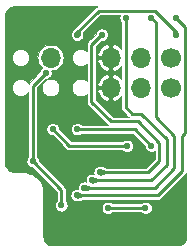
<source format=gbl>
%TF.GenerationSoftware,KiCad,Pcbnew,(5.1.2-1)-1*%
%TF.CreationDate,2020-12-17T20:50:41+01:00*%
%TF.ProjectId,snes_rgb_bypass_amp,736e6573-5f72-4676-925f-627970617373,3.2*%
%TF.SameCoordinates,Original*%
%TF.FileFunction,Copper,L2,Bot*%
%TF.FilePolarity,Positive*%
%FSLAX46Y46*%
G04 Gerber Fmt 4.6, Leading zero omitted, Abs format (unit mm)*
G04 Created by KiCad (PCBNEW (5.1.2-1)-1) date 2020-12-17 20:50:41*
%MOMM*%
%LPD*%
G04 APERTURE LIST*
%ADD10O,1.700000X1.700000*%
%ADD11C,1.700000*%
%ADD12C,0.400000*%
%ADD13C,0.550000*%
%ADD14C,0.254000*%
%ADD15C,0.101600*%
G04 APERTURE END LIST*
D10*
X144675000Y-99215000D03*
X149755000Y-101755000D03*
X149755000Y-99215000D03*
X152295000Y-101755000D03*
X152295000Y-99215000D03*
D11*
X154835000Y-101755000D03*
X154835000Y-99215000D03*
D12*
X146245000Y-102055000D03*
X145645000Y-102055000D03*
X149230000Y-113942700D03*
X141105000Y-106215000D03*
X141105000Y-102855000D03*
X152190000Y-108145000D03*
X141105000Y-98115000D03*
X149022300Y-95839800D03*
X143810000Y-95100000D03*
X145900000Y-95100000D03*
X141720000Y-95100000D03*
X145645000Y-101455000D03*
X146245000Y-101455000D03*
X147203400Y-109336400D03*
X146003400Y-109336400D03*
X147503400Y-108736400D03*
X146303400Y-108736400D03*
X146003400Y-108136400D03*
X146603400Y-108136400D03*
X146603400Y-109336400D03*
X147203400Y-108136400D03*
X145703400Y-108736400D03*
X146903400Y-108736400D03*
X151115000Y-112534300D03*
X149230000Y-114742700D03*
D13*
X151125000Y-106687500D03*
X144855000Y-105270000D03*
X155292300Y-97264800D03*
X146932300Y-97264800D03*
X146945000Y-105270000D03*
X153215000Y-106687500D03*
X148835000Y-108920000D03*
X149022300Y-97264800D03*
X144250000Y-100487500D03*
X145585000Y-111720000D03*
X143155200Y-107982300D03*
X155292300Y-95839800D03*
X146885000Y-110870000D03*
X147535000Y-110220000D03*
X153202300Y-95839800D03*
X148185000Y-109570000D03*
X151025000Y-95839800D03*
X149540000Y-111945000D03*
X152715000Y-111945000D03*
D14*
X146272500Y-106687500D02*
X151125000Y-106687500D01*
X144855000Y-105270000D02*
X146272500Y-106687500D01*
X155144200Y-97267400D02*
X155144200Y-96920000D01*
X147080300Y-97267400D02*
X147080300Y-96920000D01*
X146825300Y-97162500D02*
X148739000Y-95248800D01*
X148850800Y-95248800D02*
X149574700Y-95248800D01*
X155398967Y-97162167D02*
X153485600Y-95248800D01*
X153485600Y-95248800D02*
X148739000Y-95248800D01*
X151797500Y-105270000D02*
X153215000Y-106687500D01*
X146945000Y-105270000D02*
X151797500Y-105270000D01*
X148865000Y-108775000D02*
X149365000Y-108920000D01*
X150500400Y-104620000D02*
X151376700Y-104620000D01*
X149776500Y-104620000D02*
X148140000Y-102983500D01*
X148140000Y-98109600D02*
X148140000Y-102983500D01*
X148984800Y-97264800D02*
X148140000Y-98109600D01*
X149022300Y-97264800D02*
X148984800Y-97264800D01*
X152066741Y-104620000D02*
X153865000Y-106418259D01*
X149776500Y-104620000D02*
X152066741Y-104620000D01*
X153865000Y-108001900D02*
X152946900Y-108920000D01*
X153865000Y-106418259D02*
X153865000Y-108001900D01*
X148835000Y-108920000D02*
X152946900Y-108920000D01*
X148865000Y-109065000D02*
X149365000Y-108920000D01*
X145585000Y-110412100D02*
X143155200Y-107982300D01*
X145585000Y-111720000D02*
X145585000Y-110412100D01*
X144250000Y-100487500D02*
X143155200Y-101582300D01*
X143155200Y-107982300D02*
X143155200Y-101582300D01*
X146915000Y-110725000D02*
X147415000Y-110870000D01*
X146915000Y-111015000D02*
X147415000Y-110870000D01*
X156070000Y-105624782D02*
X156070000Y-96617500D01*
X153754616Y-110870000D02*
X155815000Y-108809616D01*
X155506508Y-109118108D02*
X155138208Y-109486408D01*
X155815000Y-105879782D02*
X155815000Y-108809616D01*
X156070000Y-105624782D02*
X155815000Y-105879782D01*
X156070000Y-96617500D02*
X155292300Y-95839800D01*
X147250400Y-110870000D02*
X146885000Y-110870000D01*
X147250400Y-110870000D02*
X153754616Y-110870000D01*
X153485378Y-110220000D02*
X155165000Y-108540376D01*
X147535000Y-110220000D02*
X153485378Y-110220000D01*
X153565000Y-104279782D02*
X155165000Y-105879782D01*
X153565000Y-96202500D02*
X153202300Y-95839800D01*
X153565000Y-104279782D02*
X153565000Y-96202500D01*
X155165000Y-105879782D02*
X155165000Y-108540376D01*
X147565000Y-110365000D02*
X148065000Y-110220000D01*
X147565000Y-110075000D02*
X148065000Y-110220000D01*
X151025000Y-95839800D02*
X151025000Y-103439100D01*
X154515000Y-106149021D02*
X154515000Y-108271140D01*
X154515000Y-106687500D02*
X154515000Y-107148700D01*
X154515000Y-107148700D02*
X154515000Y-107580500D01*
X153216140Y-109570000D02*
X154515000Y-108271140D01*
X152335980Y-103970000D02*
X151555900Y-103970000D01*
X151025000Y-103439100D02*
X151555900Y-103970000D01*
X154515000Y-106149021D02*
X152335980Y-103970000D01*
X148185000Y-109570000D02*
X153216140Y-109570000D01*
X148215000Y-109715000D02*
X148715000Y-109570000D01*
X148215000Y-109425000D02*
X148715000Y-109570000D01*
X149540000Y-111945000D02*
X152715000Y-111945000D01*
D15*
G36*
X148592492Y-94895099D02*
G01*
X148560737Y-94912073D01*
X148526303Y-94930478D01*
X148502499Y-94950014D01*
X148468289Y-94978089D01*
X148456359Y-94992626D01*
X146595097Y-96853889D01*
X146595082Y-96853899D01*
X146521399Y-96927582D01*
X146463506Y-97014224D01*
X146423629Y-97110496D01*
X146403300Y-97212698D01*
X146403300Y-97316902D01*
X146423629Y-97419104D01*
X146463506Y-97515376D01*
X146521399Y-97602018D01*
X146595082Y-97675701D01*
X146681724Y-97733594D01*
X146777996Y-97773471D01*
X146880198Y-97793800D01*
X146984402Y-97793800D01*
X147086604Y-97773471D01*
X147182876Y-97733594D01*
X147269518Y-97675701D01*
X147343201Y-97602018D01*
X147401094Y-97515376D01*
X147440971Y-97419104D01*
X147461300Y-97316902D01*
X147461300Y-97065314D01*
X148896815Y-95629800D01*
X150539399Y-95629800D01*
X150516329Y-95685496D01*
X150496000Y-95787698D01*
X150496000Y-95891902D01*
X150516329Y-95994104D01*
X150556206Y-96090376D01*
X150614099Y-96177018D01*
X150644000Y-96206919D01*
X150644000Y-98480037D01*
X150635711Y-98468055D01*
X150473067Y-98310589D01*
X150282828Y-98187879D01*
X150072305Y-98104641D01*
X149894700Y-98144874D01*
X149894700Y-99075300D01*
X149914700Y-99075300D01*
X149914700Y-99354700D01*
X149894700Y-99354700D01*
X149894700Y-100285126D01*
X150072305Y-100325359D01*
X150282828Y-100242121D01*
X150473067Y-100119411D01*
X150635711Y-99961945D01*
X150644001Y-99949963D01*
X150644001Y-101020037D01*
X150635711Y-101008055D01*
X150473067Y-100850589D01*
X150282828Y-100727879D01*
X150072305Y-100644641D01*
X149894700Y-100684874D01*
X149894700Y-101615300D01*
X149914700Y-101615300D01*
X149914700Y-101894700D01*
X149894700Y-101894700D01*
X149894700Y-102825126D01*
X150072305Y-102865359D01*
X150282828Y-102782121D01*
X150473067Y-102659411D01*
X150635711Y-102501945D01*
X150644001Y-102489963D01*
X150644001Y-103420380D01*
X150642157Y-103439100D01*
X150649514Y-103513788D01*
X150671299Y-103585607D01*
X150706678Y-103651796D01*
X150735866Y-103687361D01*
X150754290Y-103709811D01*
X150768827Y-103721741D01*
X151273259Y-104226174D01*
X151283785Y-104239000D01*
X149934315Y-104239000D01*
X148521000Y-102825686D01*
X148521000Y-102072304D01*
X148644648Y-102072304D01*
X148655486Y-102108053D01*
X148745490Y-102315774D01*
X148874289Y-102501945D01*
X149036933Y-102659411D01*
X149227172Y-102782121D01*
X149437695Y-102865359D01*
X149615300Y-102825126D01*
X149615300Y-101894700D01*
X148685485Y-101894700D01*
X148644648Y-102072304D01*
X148521000Y-102072304D01*
X148521000Y-101437696D01*
X148644648Y-101437696D01*
X148685485Y-101615300D01*
X149615300Y-101615300D01*
X149615300Y-100684874D01*
X149437695Y-100644641D01*
X149227172Y-100727879D01*
X149036933Y-100850589D01*
X148874289Y-101008055D01*
X148745490Y-101194226D01*
X148655486Y-101401947D01*
X148644648Y-101437696D01*
X148521000Y-101437696D01*
X148521000Y-99532304D01*
X148644648Y-99532304D01*
X148655486Y-99568053D01*
X148745490Y-99775774D01*
X148874289Y-99961945D01*
X149036933Y-100119411D01*
X149227172Y-100242121D01*
X149437695Y-100325359D01*
X149615300Y-100285126D01*
X149615300Y-99354700D01*
X148685485Y-99354700D01*
X148644648Y-99532304D01*
X148521000Y-99532304D01*
X148521000Y-98897696D01*
X148644648Y-98897696D01*
X148685485Y-99075300D01*
X149615300Y-99075300D01*
X149615300Y-98144874D01*
X149437695Y-98104641D01*
X149227172Y-98187879D01*
X149036933Y-98310589D01*
X148874289Y-98468055D01*
X148745490Y-98654226D01*
X148655486Y-98861947D01*
X148644648Y-98897696D01*
X148521000Y-98897696D01*
X148521000Y-98267414D01*
X148994615Y-97793800D01*
X149074402Y-97793800D01*
X149176604Y-97773471D01*
X149272876Y-97733594D01*
X149359518Y-97675701D01*
X149433201Y-97602018D01*
X149491094Y-97515376D01*
X149530971Y-97419104D01*
X149551300Y-97316902D01*
X149551300Y-97212698D01*
X149530971Y-97110496D01*
X149491094Y-97014224D01*
X149433201Y-96927582D01*
X149359518Y-96853899D01*
X149272876Y-96796006D01*
X149176604Y-96756129D01*
X149074402Y-96735800D01*
X148970198Y-96735800D01*
X148867996Y-96756129D01*
X148771724Y-96796006D01*
X148685082Y-96853899D01*
X148611399Y-96927582D01*
X148553506Y-97014224D01*
X148513629Y-97110496D01*
X148493300Y-97212698D01*
X148493300Y-97217485D01*
X147883831Y-97826954D01*
X147869289Y-97838889D01*
X147837666Y-97877423D01*
X147821678Y-97896904D01*
X147786300Y-97963092D01*
X147786299Y-97963093D01*
X147764513Y-98034912D01*
X147759000Y-98090887D01*
X147757157Y-98109600D01*
X147759000Y-98128310D01*
X147759000Y-98692683D01*
X147695647Y-98629330D01*
X147572153Y-98546814D01*
X147434934Y-98489976D01*
X147289262Y-98461000D01*
X147140738Y-98461000D01*
X146995066Y-98489976D01*
X146857847Y-98546814D01*
X146734353Y-98629330D01*
X146629330Y-98734353D01*
X146546814Y-98857847D01*
X146489976Y-98995066D01*
X146461000Y-99140738D01*
X146461000Y-99289262D01*
X146489976Y-99434934D01*
X146546814Y-99572153D01*
X146629330Y-99695647D01*
X146734353Y-99800670D01*
X146857847Y-99883186D01*
X146995066Y-99940024D01*
X147140738Y-99969000D01*
X147289262Y-99969000D01*
X147434934Y-99940024D01*
X147572153Y-99883186D01*
X147695647Y-99800670D01*
X147759000Y-99737317D01*
X147759001Y-101229330D01*
X147750738Y-101219262D01*
X147635927Y-101125039D01*
X147504939Y-101055025D01*
X147362810Y-101011910D01*
X147252039Y-101001000D01*
X147177961Y-101001000D01*
X147067190Y-101011910D01*
X146925061Y-101055025D01*
X146794073Y-101125039D01*
X146679262Y-101219262D01*
X146585039Y-101334073D01*
X146515025Y-101465061D01*
X146471910Y-101607190D01*
X146457352Y-101755000D01*
X146471910Y-101902810D01*
X146515025Y-102044939D01*
X146585039Y-102175927D01*
X146679262Y-102290738D01*
X146794073Y-102384961D01*
X146925061Y-102454975D01*
X147067190Y-102498090D01*
X147177961Y-102509000D01*
X147252039Y-102509000D01*
X147362810Y-102498090D01*
X147504939Y-102454975D01*
X147635927Y-102384961D01*
X147750738Y-102290738D01*
X147759001Y-102280670D01*
X147759001Y-102964780D01*
X147757157Y-102983500D01*
X147764514Y-103058188D01*
X147786299Y-103130007D01*
X147821678Y-103196196D01*
X147846470Y-103226404D01*
X147869290Y-103254211D01*
X147883827Y-103266141D01*
X149493859Y-104876174D01*
X149504385Y-104889000D01*
X147312119Y-104889000D01*
X147282218Y-104859099D01*
X147195576Y-104801206D01*
X147099304Y-104761329D01*
X146997102Y-104741000D01*
X146892898Y-104741000D01*
X146790696Y-104761329D01*
X146694424Y-104801206D01*
X146607782Y-104859099D01*
X146534099Y-104932782D01*
X146476206Y-105019424D01*
X146436329Y-105115696D01*
X146416000Y-105217898D01*
X146416000Y-105322102D01*
X146436329Y-105424304D01*
X146476206Y-105520576D01*
X146534099Y-105607218D01*
X146607782Y-105680901D01*
X146694424Y-105738794D01*
X146790696Y-105778671D01*
X146892898Y-105799000D01*
X146997102Y-105799000D01*
X147099304Y-105778671D01*
X147195576Y-105738794D01*
X147282218Y-105680901D01*
X147312119Y-105651000D01*
X151639686Y-105651000D01*
X152686000Y-106697315D01*
X152686000Y-106739602D01*
X152706329Y-106841804D01*
X152746206Y-106938076D01*
X152804099Y-107024718D01*
X152877782Y-107098401D01*
X152964424Y-107156294D01*
X153060696Y-107196171D01*
X153162898Y-107216500D01*
X153267102Y-107216500D01*
X153369304Y-107196171D01*
X153465576Y-107156294D01*
X153484000Y-107143983D01*
X153484001Y-107844084D01*
X152789086Y-108539000D01*
X149419128Y-108539000D01*
X149013634Y-108421407D01*
X148989304Y-108411329D01*
X148956127Y-108404730D01*
X148953145Y-108403865D01*
X148931784Y-108399888D01*
X148887102Y-108391000D01*
X148782898Y-108391000D01*
X148680696Y-108411329D01*
X148584424Y-108451206D01*
X148497782Y-108509099D01*
X148424099Y-108582782D01*
X148366206Y-108669424D01*
X148326329Y-108765696D01*
X148306000Y-108867898D01*
X148306000Y-108972102D01*
X148323107Y-109058107D01*
X148306127Y-109054730D01*
X148303145Y-109053865D01*
X148281784Y-109049888D01*
X148237102Y-109041000D01*
X148132898Y-109041000D01*
X148030696Y-109061329D01*
X147934424Y-109101206D01*
X147847782Y-109159099D01*
X147774099Y-109232782D01*
X147716206Y-109319424D01*
X147676329Y-109415696D01*
X147656000Y-109517898D01*
X147656000Y-109622102D01*
X147673107Y-109708107D01*
X147656127Y-109704730D01*
X147653145Y-109703865D01*
X147631784Y-109699888D01*
X147587102Y-109691000D01*
X147482898Y-109691000D01*
X147380696Y-109711329D01*
X147284424Y-109751206D01*
X147197782Y-109809099D01*
X147124099Y-109882782D01*
X147066206Y-109969424D01*
X147026329Y-110065696D01*
X147006000Y-110167898D01*
X147006000Y-110272102D01*
X147023107Y-110358107D01*
X147006127Y-110354730D01*
X147003145Y-110353865D01*
X146981784Y-110349888D01*
X146937102Y-110341000D01*
X146832898Y-110341000D01*
X146730696Y-110361329D01*
X146634424Y-110401206D01*
X146547782Y-110459099D01*
X146474099Y-110532782D01*
X146416206Y-110619424D01*
X146376329Y-110715696D01*
X146356000Y-110817898D01*
X146356000Y-110922102D01*
X146376329Y-111024304D01*
X146416206Y-111120576D01*
X146474099Y-111207218D01*
X146547782Y-111280901D01*
X146634424Y-111338794D01*
X146730696Y-111378671D01*
X146832898Y-111399000D01*
X146937102Y-111399000D01*
X146981784Y-111390112D01*
X147003145Y-111386135D01*
X147006127Y-111385270D01*
X147039304Y-111378671D01*
X147063634Y-111368593D01*
X147469128Y-111251000D01*
X153735906Y-111251000D01*
X153754616Y-111252843D01*
X153773326Y-111251000D01*
X153773329Y-111251000D01*
X153829305Y-111245487D01*
X153901124Y-111223701D01*
X153967312Y-111188322D01*
X154025327Y-111140711D01*
X154037262Y-111126168D01*
X156071174Y-109092257D01*
X156085711Y-109080327D01*
X156115877Y-109043569D01*
X156133322Y-109022313D01*
X156168701Y-108956124D01*
X156171000Y-108948544D01*
X156171000Y-114362332D01*
X156155669Y-114518686D01*
X156113939Y-114656902D01*
X156046160Y-114784375D01*
X155954907Y-114896263D01*
X155843666Y-114988289D01*
X155716669Y-115056955D01*
X155578750Y-115099648D01*
X155423179Y-115116000D01*
X144817668Y-115116000D01*
X144661314Y-115100669D01*
X144523098Y-115058939D01*
X144395625Y-114991160D01*
X144283737Y-114899907D01*
X144191711Y-114788666D01*
X144123045Y-114661669D01*
X144080352Y-114523750D01*
X144064000Y-114368179D01*
X144064000Y-110652279D01*
X144062832Y-110640417D01*
X144062897Y-110631055D01*
X144062544Y-110627456D01*
X144031944Y-110336311D01*
X144027226Y-110313325D01*
X144022825Y-110290256D01*
X144021780Y-110286794D01*
X143935212Y-110007139D01*
X143926121Y-109985513D01*
X143917322Y-109963733D01*
X143915624Y-109960540D01*
X143776385Y-109703024D01*
X143763267Y-109683577D01*
X143750405Y-109663921D01*
X143748119Y-109661118D01*
X143561514Y-109435551D01*
X143544850Y-109419003D01*
X143528433Y-109402238D01*
X143525647Y-109399934D01*
X143298783Y-109214907D01*
X143279225Y-109201913D01*
X143259861Y-109188654D01*
X143256680Y-109186935D01*
X142998199Y-109049498D01*
X142976516Y-109040560D01*
X142954920Y-109031304D01*
X142951466Y-109030235D01*
X142671212Y-108945621D01*
X142648148Y-108941054D01*
X142625222Y-108936181D01*
X142621626Y-108935803D01*
X142330274Y-108907236D01*
X142330270Y-108907236D01*
X142317721Y-108906000D01*
X141587668Y-108906000D01*
X141431314Y-108890669D01*
X141293098Y-108848939D01*
X141165625Y-108781160D01*
X141053737Y-108689907D01*
X140961711Y-108578666D01*
X140893045Y-108451669D01*
X140850352Y-108313750D01*
X140834000Y-108158179D01*
X140834000Y-101680738D01*
X141381000Y-101680738D01*
X141381000Y-101829262D01*
X141409976Y-101974934D01*
X141466814Y-102112153D01*
X141549330Y-102235647D01*
X141654353Y-102340670D01*
X141777847Y-102423186D01*
X141915066Y-102480024D01*
X142060738Y-102509000D01*
X142209262Y-102509000D01*
X142354934Y-102480024D01*
X142492153Y-102423186D01*
X142615647Y-102340670D01*
X142720670Y-102235647D01*
X142774201Y-102155532D01*
X142774200Y-107615181D01*
X142744299Y-107645082D01*
X142686406Y-107731724D01*
X142646529Y-107827996D01*
X142626200Y-107930198D01*
X142626200Y-108034402D01*
X142646529Y-108136604D01*
X142686406Y-108232876D01*
X142744299Y-108319518D01*
X142817982Y-108393201D01*
X142904624Y-108451094D01*
X143000896Y-108490971D01*
X143103098Y-108511300D01*
X143145386Y-108511300D01*
X145204001Y-110569916D01*
X145204000Y-111352881D01*
X145174099Y-111382782D01*
X145116206Y-111469424D01*
X145076329Y-111565696D01*
X145056000Y-111667898D01*
X145056000Y-111772102D01*
X145076329Y-111874304D01*
X145116206Y-111970576D01*
X145174099Y-112057218D01*
X145247782Y-112130901D01*
X145334424Y-112188794D01*
X145430696Y-112228671D01*
X145532898Y-112249000D01*
X145637102Y-112249000D01*
X145739304Y-112228671D01*
X145835576Y-112188794D01*
X145922218Y-112130901D01*
X145995901Y-112057218D01*
X146053794Y-111970576D01*
X146085969Y-111892898D01*
X149011000Y-111892898D01*
X149011000Y-111997102D01*
X149031329Y-112099304D01*
X149071206Y-112195576D01*
X149129099Y-112282218D01*
X149202782Y-112355901D01*
X149289424Y-112413794D01*
X149385696Y-112453671D01*
X149487898Y-112474000D01*
X149592102Y-112474000D01*
X149694304Y-112453671D01*
X149790576Y-112413794D01*
X149877218Y-112355901D01*
X149907119Y-112326000D01*
X152347881Y-112326000D01*
X152377782Y-112355901D01*
X152464424Y-112413794D01*
X152560696Y-112453671D01*
X152662898Y-112474000D01*
X152767102Y-112474000D01*
X152869304Y-112453671D01*
X152965576Y-112413794D01*
X153052218Y-112355901D01*
X153125901Y-112282218D01*
X153183794Y-112195576D01*
X153223671Y-112099304D01*
X153244000Y-111997102D01*
X153244000Y-111892898D01*
X153223671Y-111790696D01*
X153183794Y-111694424D01*
X153125901Y-111607782D01*
X153052218Y-111534099D01*
X152965576Y-111476206D01*
X152869304Y-111436329D01*
X152767102Y-111416000D01*
X152662898Y-111416000D01*
X152560696Y-111436329D01*
X152464424Y-111476206D01*
X152377782Y-111534099D01*
X152347881Y-111564000D01*
X149907119Y-111564000D01*
X149877218Y-111534099D01*
X149790576Y-111476206D01*
X149694304Y-111436329D01*
X149592102Y-111416000D01*
X149487898Y-111416000D01*
X149385696Y-111436329D01*
X149289424Y-111476206D01*
X149202782Y-111534099D01*
X149129099Y-111607782D01*
X149071206Y-111694424D01*
X149031329Y-111790696D01*
X149011000Y-111892898D01*
X146085969Y-111892898D01*
X146093671Y-111874304D01*
X146114000Y-111772102D01*
X146114000Y-111667898D01*
X146093671Y-111565696D01*
X146053794Y-111469424D01*
X145995901Y-111382782D01*
X145966000Y-111352881D01*
X145966000Y-110430809D01*
X145967843Y-110412099D01*
X145965357Y-110386857D01*
X145960487Y-110337411D01*
X145938701Y-110265592D01*
X145931889Y-110252848D01*
X145903322Y-110199403D01*
X145871242Y-110160314D01*
X145855711Y-110141389D01*
X145841174Y-110129459D01*
X143684200Y-107972486D01*
X143684200Y-107930198D01*
X143663871Y-107827996D01*
X143623994Y-107731724D01*
X143566101Y-107645082D01*
X143536200Y-107615181D01*
X143536200Y-105217898D01*
X144326000Y-105217898D01*
X144326000Y-105322102D01*
X144346329Y-105424304D01*
X144386206Y-105520576D01*
X144444099Y-105607218D01*
X144517782Y-105680901D01*
X144604424Y-105738794D01*
X144700696Y-105778671D01*
X144802898Y-105799000D01*
X144845186Y-105799000D01*
X145989859Y-106943674D01*
X146001789Y-106958211D01*
X146016324Y-106970139D01*
X146059803Y-107005822D01*
X146095155Y-107024718D01*
X146125992Y-107041201D01*
X146197811Y-107062987D01*
X146253787Y-107068500D01*
X146253790Y-107068500D01*
X146272500Y-107070343D01*
X146291210Y-107068500D01*
X150757881Y-107068500D01*
X150787782Y-107098401D01*
X150874424Y-107156294D01*
X150970696Y-107196171D01*
X151072898Y-107216500D01*
X151177102Y-107216500D01*
X151279304Y-107196171D01*
X151375576Y-107156294D01*
X151462218Y-107098401D01*
X151535901Y-107024718D01*
X151593794Y-106938076D01*
X151633671Y-106841804D01*
X151654000Y-106739602D01*
X151654000Y-106635398D01*
X151633671Y-106533196D01*
X151593794Y-106436924D01*
X151535901Y-106350282D01*
X151462218Y-106276599D01*
X151375576Y-106218706D01*
X151279304Y-106178829D01*
X151177102Y-106158500D01*
X151072898Y-106158500D01*
X150970696Y-106178829D01*
X150874424Y-106218706D01*
X150787782Y-106276599D01*
X150757881Y-106306500D01*
X146430315Y-106306500D01*
X145384000Y-105260186D01*
X145384000Y-105217898D01*
X145363671Y-105115696D01*
X145323794Y-105019424D01*
X145265901Y-104932782D01*
X145192218Y-104859099D01*
X145105576Y-104801206D01*
X145009304Y-104761329D01*
X144907102Y-104741000D01*
X144802898Y-104741000D01*
X144700696Y-104761329D01*
X144604424Y-104801206D01*
X144517782Y-104859099D01*
X144444099Y-104932782D01*
X144386206Y-105019424D01*
X144346329Y-105115696D01*
X144326000Y-105217898D01*
X143536200Y-105217898D01*
X143536200Y-101755000D01*
X143917352Y-101755000D01*
X143931910Y-101902810D01*
X143975025Y-102044939D01*
X144045039Y-102175927D01*
X144139262Y-102290738D01*
X144254073Y-102384961D01*
X144385061Y-102454975D01*
X144527190Y-102498090D01*
X144637961Y-102509000D01*
X144712039Y-102509000D01*
X144822810Y-102498090D01*
X144964939Y-102454975D01*
X145095927Y-102384961D01*
X145210738Y-102290738D01*
X145304961Y-102175927D01*
X145374975Y-102044939D01*
X145418090Y-101902810D01*
X145432648Y-101755000D01*
X145418090Y-101607190D01*
X145374975Y-101465061D01*
X145304961Y-101334073D01*
X145210738Y-101219262D01*
X145095927Y-101125039D01*
X144964939Y-101055025D01*
X144822810Y-101011910D01*
X144712039Y-101001000D01*
X144637961Y-101001000D01*
X144527190Y-101011910D01*
X144385061Y-101055025D01*
X144254073Y-101125039D01*
X144139262Y-101219262D01*
X144045039Y-101334073D01*
X143975025Y-101465061D01*
X143931910Y-101607190D01*
X143917352Y-101755000D01*
X143536200Y-101755000D01*
X143536200Y-101740114D01*
X144259815Y-101016500D01*
X144302102Y-101016500D01*
X144404304Y-100996171D01*
X144500576Y-100956294D01*
X144587218Y-100898401D01*
X144660901Y-100824718D01*
X144718794Y-100738076D01*
X144758671Y-100641804D01*
X144779000Y-100539602D01*
X144779000Y-100435398D01*
X144758671Y-100333196D01*
X144751867Y-100316770D01*
X144891422Y-100303025D01*
X145099526Y-100239897D01*
X145291317Y-100137383D01*
X145459423Y-99999423D01*
X145597383Y-99831317D01*
X145699897Y-99639526D01*
X145763025Y-99431422D01*
X145784341Y-99215000D01*
X145763025Y-98998578D01*
X145699897Y-98790474D01*
X145597383Y-98598683D01*
X145459423Y-98430577D01*
X145291317Y-98292617D01*
X145099526Y-98190103D01*
X144891422Y-98126975D01*
X144729227Y-98111000D01*
X144620773Y-98111000D01*
X144458578Y-98126975D01*
X144250474Y-98190103D01*
X144058683Y-98292617D01*
X143890577Y-98430577D01*
X143752617Y-98598683D01*
X143650103Y-98790474D01*
X143586975Y-98998578D01*
X143565659Y-99215000D01*
X143586975Y-99431422D01*
X143650103Y-99639526D01*
X143752617Y-99831317D01*
X143890577Y-99999423D01*
X143952378Y-100050141D01*
X143912782Y-100076599D01*
X143839099Y-100150282D01*
X143781206Y-100236924D01*
X143741329Y-100333196D01*
X143721000Y-100435398D01*
X143721000Y-100477685D01*
X142899027Y-101299659D01*
X142884490Y-101311589D01*
X142872561Y-101326125D01*
X142836878Y-101369604D01*
X142811305Y-101417448D01*
X142803186Y-101397847D01*
X142720670Y-101274353D01*
X142615647Y-101169330D01*
X142492153Y-101086814D01*
X142354934Y-101029976D01*
X142209262Y-101001000D01*
X142060738Y-101001000D01*
X141915066Y-101029976D01*
X141777847Y-101086814D01*
X141654353Y-101169330D01*
X141549330Y-101274353D01*
X141466814Y-101397847D01*
X141409976Y-101535066D01*
X141381000Y-101680738D01*
X140834000Y-101680738D01*
X140834000Y-99140738D01*
X141381000Y-99140738D01*
X141381000Y-99289262D01*
X141409976Y-99434934D01*
X141466814Y-99572153D01*
X141549330Y-99695647D01*
X141654353Y-99800670D01*
X141777847Y-99883186D01*
X141915066Y-99940024D01*
X142060738Y-99969000D01*
X142209262Y-99969000D01*
X142354934Y-99940024D01*
X142492153Y-99883186D01*
X142615647Y-99800670D01*
X142720670Y-99695647D01*
X142803186Y-99572153D01*
X142860024Y-99434934D01*
X142889000Y-99289262D01*
X142889000Y-99140738D01*
X142860024Y-98995066D01*
X142803186Y-98857847D01*
X142720670Y-98734353D01*
X142615647Y-98629330D01*
X142492153Y-98546814D01*
X142354934Y-98489976D01*
X142209262Y-98461000D01*
X142060738Y-98461000D01*
X141915066Y-98489976D01*
X141777847Y-98546814D01*
X141654353Y-98629330D01*
X141549330Y-98734353D01*
X141466814Y-98857847D01*
X141409976Y-98995066D01*
X141381000Y-99140738D01*
X140834000Y-99140738D01*
X140834000Y-95637668D01*
X140849331Y-95481314D01*
X140891060Y-95343102D01*
X140958840Y-95215624D01*
X141050091Y-95103740D01*
X141161335Y-95011711D01*
X141288331Y-94943045D01*
X141426250Y-94900352D01*
X141581820Y-94884000D01*
X148629081Y-94884000D01*
X148592492Y-94895099D01*
X148592492Y-94895099D01*
G37*
X148592492Y-94895099D02*
X148560737Y-94912073D01*
X148526303Y-94930478D01*
X148502499Y-94950014D01*
X148468289Y-94978089D01*
X148456359Y-94992626D01*
X146595097Y-96853889D01*
X146595082Y-96853899D01*
X146521399Y-96927582D01*
X146463506Y-97014224D01*
X146423629Y-97110496D01*
X146403300Y-97212698D01*
X146403300Y-97316902D01*
X146423629Y-97419104D01*
X146463506Y-97515376D01*
X146521399Y-97602018D01*
X146595082Y-97675701D01*
X146681724Y-97733594D01*
X146777996Y-97773471D01*
X146880198Y-97793800D01*
X146984402Y-97793800D01*
X147086604Y-97773471D01*
X147182876Y-97733594D01*
X147269518Y-97675701D01*
X147343201Y-97602018D01*
X147401094Y-97515376D01*
X147440971Y-97419104D01*
X147461300Y-97316902D01*
X147461300Y-97065314D01*
X148896815Y-95629800D01*
X150539399Y-95629800D01*
X150516329Y-95685496D01*
X150496000Y-95787698D01*
X150496000Y-95891902D01*
X150516329Y-95994104D01*
X150556206Y-96090376D01*
X150614099Y-96177018D01*
X150644000Y-96206919D01*
X150644000Y-98480037D01*
X150635711Y-98468055D01*
X150473067Y-98310589D01*
X150282828Y-98187879D01*
X150072305Y-98104641D01*
X149894700Y-98144874D01*
X149894700Y-99075300D01*
X149914700Y-99075300D01*
X149914700Y-99354700D01*
X149894700Y-99354700D01*
X149894700Y-100285126D01*
X150072305Y-100325359D01*
X150282828Y-100242121D01*
X150473067Y-100119411D01*
X150635711Y-99961945D01*
X150644001Y-99949963D01*
X150644001Y-101020037D01*
X150635711Y-101008055D01*
X150473067Y-100850589D01*
X150282828Y-100727879D01*
X150072305Y-100644641D01*
X149894700Y-100684874D01*
X149894700Y-101615300D01*
X149914700Y-101615300D01*
X149914700Y-101894700D01*
X149894700Y-101894700D01*
X149894700Y-102825126D01*
X150072305Y-102865359D01*
X150282828Y-102782121D01*
X150473067Y-102659411D01*
X150635711Y-102501945D01*
X150644001Y-102489963D01*
X150644001Y-103420380D01*
X150642157Y-103439100D01*
X150649514Y-103513788D01*
X150671299Y-103585607D01*
X150706678Y-103651796D01*
X150735866Y-103687361D01*
X150754290Y-103709811D01*
X150768827Y-103721741D01*
X151273259Y-104226174D01*
X151283785Y-104239000D01*
X149934315Y-104239000D01*
X148521000Y-102825686D01*
X148521000Y-102072304D01*
X148644648Y-102072304D01*
X148655486Y-102108053D01*
X148745490Y-102315774D01*
X148874289Y-102501945D01*
X149036933Y-102659411D01*
X149227172Y-102782121D01*
X149437695Y-102865359D01*
X149615300Y-102825126D01*
X149615300Y-101894700D01*
X148685485Y-101894700D01*
X148644648Y-102072304D01*
X148521000Y-102072304D01*
X148521000Y-101437696D01*
X148644648Y-101437696D01*
X148685485Y-101615300D01*
X149615300Y-101615300D01*
X149615300Y-100684874D01*
X149437695Y-100644641D01*
X149227172Y-100727879D01*
X149036933Y-100850589D01*
X148874289Y-101008055D01*
X148745490Y-101194226D01*
X148655486Y-101401947D01*
X148644648Y-101437696D01*
X148521000Y-101437696D01*
X148521000Y-99532304D01*
X148644648Y-99532304D01*
X148655486Y-99568053D01*
X148745490Y-99775774D01*
X148874289Y-99961945D01*
X149036933Y-100119411D01*
X149227172Y-100242121D01*
X149437695Y-100325359D01*
X149615300Y-100285126D01*
X149615300Y-99354700D01*
X148685485Y-99354700D01*
X148644648Y-99532304D01*
X148521000Y-99532304D01*
X148521000Y-98897696D01*
X148644648Y-98897696D01*
X148685485Y-99075300D01*
X149615300Y-99075300D01*
X149615300Y-98144874D01*
X149437695Y-98104641D01*
X149227172Y-98187879D01*
X149036933Y-98310589D01*
X148874289Y-98468055D01*
X148745490Y-98654226D01*
X148655486Y-98861947D01*
X148644648Y-98897696D01*
X148521000Y-98897696D01*
X148521000Y-98267414D01*
X148994615Y-97793800D01*
X149074402Y-97793800D01*
X149176604Y-97773471D01*
X149272876Y-97733594D01*
X149359518Y-97675701D01*
X149433201Y-97602018D01*
X149491094Y-97515376D01*
X149530971Y-97419104D01*
X149551300Y-97316902D01*
X149551300Y-97212698D01*
X149530971Y-97110496D01*
X149491094Y-97014224D01*
X149433201Y-96927582D01*
X149359518Y-96853899D01*
X149272876Y-96796006D01*
X149176604Y-96756129D01*
X149074402Y-96735800D01*
X148970198Y-96735800D01*
X148867996Y-96756129D01*
X148771724Y-96796006D01*
X148685082Y-96853899D01*
X148611399Y-96927582D01*
X148553506Y-97014224D01*
X148513629Y-97110496D01*
X148493300Y-97212698D01*
X148493300Y-97217485D01*
X147883831Y-97826954D01*
X147869289Y-97838889D01*
X147837666Y-97877423D01*
X147821678Y-97896904D01*
X147786300Y-97963092D01*
X147786299Y-97963093D01*
X147764513Y-98034912D01*
X147759000Y-98090887D01*
X147757157Y-98109600D01*
X147759000Y-98128310D01*
X147759000Y-98692683D01*
X147695647Y-98629330D01*
X147572153Y-98546814D01*
X147434934Y-98489976D01*
X147289262Y-98461000D01*
X147140738Y-98461000D01*
X146995066Y-98489976D01*
X146857847Y-98546814D01*
X146734353Y-98629330D01*
X146629330Y-98734353D01*
X146546814Y-98857847D01*
X146489976Y-98995066D01*
X146461000Y-99140738D01*
X146461000Y-99289262D01*
X146489976Y-99434934D01*
X146546814Y-99572153D01*
X146629330Y-99695647D01*
X146734353Y-99800670D01*
X146857847Y-99883186D01*
X146995066Y-99940024D01*
X147140738Y-99969000D01*
X147289262Y-99969000D01*
X147434934Y-99940024D01*
X147572153Y-99883186D01*
X147695647Y-99800670D01*
X147759000Y-99737317D01*
X147759001Y-101229330D01*
X147750738Y-101219262D01*
X147635927Y-101125039D01*
X147504939Y-101055025D01*
X147362810Y-101011910D01*
X147252039Y-101001000D01*
X147177961Y-101001000D01*
X147067190Y-101011910D01*
X146925061Y-101055025D01*
X146794073Y-101125039D01*
X146679262Y-101219262D01*
X146585039Y-101334073D01*
X146515025Y-101465061D01*
X146471910Y-101607190D01*
X146457352Y-101755000D01*
X146471910Y-101902810D01*
X146515025Y-102044939D01*
X146585039Y-102175927D01*
X146679262Y-102290738D01*
X146794073Y-102384961D01*
X146925061Y-102454975D01*
X147067190Y-102498090D01*
X147177961Y-102509000D01*
X147252039Y-102509000D01*
X147362810Y-102498090D01*
X147504939Y-102454975D01*
X147635927Y-102384961D01*
X147750738Y-102290738D01*
X147759001Y-102280670D01*
X147759001Y-102964780D01*
X147757157Y-102983500D01*
X147764514Y-103058188D01*
X147786299Y-103130007D01*
X147821678Y-103196196D01*
X147846470Y-103226404D01*
X147869290Y-103254211D01*
X147883827Y-103266141D01*
X149493859Y-104876174D01*
X149504385Y-104889000D01*
X147312119Y-104889000D01*
X147282218Y-104859099D01*
X147195576Y-104801206D01*
X147099304Y-104761329D01*
X146997102Y-104741000D01*
X146892898Y-104741000D01*
X146790696Y-104761329D01*
X146694424Y-104801206D01*
X146607782Y-104859099D01*
X146534099Y-104932782D01*
X146476206Y-105019424D01*
X146436329Y-105115696D01*
X146416000Y-105217898D01*
X146416000Y-105322102D01*
X146436329Y-105424304D01*
X146476206Y-105520576D01*
X146534099Y-105607218D01*
X146607782Y-105680901D01*
X146694424Y-105738794D01*
X146790696Y-105778671D01*
X146892898Y-105799000D01*
X146997102Y-105799000D01*
X147099304Y-105778671D01*
X147195576Y-105738794D01*
X147282218Y-105680901D01*
X147312119Y-105651000D01*
X151639686Y-105651000D01*
X152686000Y-106697315D01*
X152686000Y-106739602D01*
X152706329Y-106841804D01*
X152746206Y-106938076D01*
X152804099Y-107024718D01*
X152877782Y-107098401D01*
X152964424Y-107156294D01*
X153060696Y-107196171D01*
X153162898Y-107216500D01*
X153267102Y-107216500D01*
X153369304Y-107196171D01*
X153465576Y-107156294D01*
X153484000Y-107143983D01*
X153484001Y-107844084D01*
X152789086Y-108539000D01*
X149419128Y-108539000D01*
X149013634Y-108421407D01*
X148989304Y-108411329D01*
X148956127Y-108404730D01*
X148953145Y-108403865D01*
X148931784Y-108399888D01*
X148887102Y-108391000D01*
X148782898Y-108391000D01*
X148680696Y-108411329D01*
X148584424Y-108451206D01*
X148497782Y-108509099D01*
X148424099Y-108582782D01*
X148366206Y-108669424D01*
X148326329Y-108765696D01*
X148306000Y-108867898D01*
X148306000Y-108972102D01*
X148323107Y-109058107D01*
X148306127Y-109054730D01*
X148303145Y-109053865D01*
X148281784Y-109049888D01*
X148237102Y-109041000D01*
X148132898Y-109041000D01*
X148030696Y-109061329D01*
X147934424Y-109101206D01*
X147847782Y-109159099D01*
X147774099Y-109232782D01*
X147716206Y-109319424D01*
X147676329Y-109415696D01*
X147656000Y-109517898D01*
X147656000Y-109622102D01*
X147673107Y-109708107D01*
X147656127Y-109704730D01*
X147653145Y-109703865D01*
X147631784Y-109699888D01*
X147587102Y-109691000D01*
X147482898Y-109691000D01*
X147380696Y-109711329D01*
X147284424Y-109751206D01*
X147197782Y-109809099D01*
X147124099Y-109882782D01*
X147066206Y-109969424D01*
X147026329Y-110065696D01*
X147006000Y-110167898D01*
X147006000Y-110272102D01*
X147023107Y-110358107D01*
X147006127Y-110354730D01*
X147003145Y-110353865D01*
X146981784Y-110349888D01*
X146937102Y-110341000D01*
X146832898Y-110341000D01*
X146730696Y-110361329D01*
X146634424Y-110401206D01*
X146547782Y-110459099D01*
X146474099Y-110532782D01*
X146416206Y-110619424D01*
X146376329Y-110715696D01*
X146356000Y-110817898D01*
X146356000Y-110922102D01*
X146376329Y-111024304D01*
X146416206Y-111120576D01*
X146474099Y-111207218D01*
X146547782Y-111280901D01*
X146634424Y-111338794D01*
X146730696Y-111378671D01*
X146832898Y-111399000D01*
X146937102Y-111399000D01*
X146981784Y-111390112D01*
X147003145Y-111386135D01*
X147006127Y-111385270D01*
X147039304Y-111378671D01*
X147063634Y-111368593D01*
X147469128Y-111251000D01*
X153735906Y-111251000D01*
X153754616Y-111252843D01*
X153773326Y-111251000D01*
X153773329Y-111251000D01*
X153829305Y-111245487D01*
X153901124Y-111223701D01*
X153967312Y-111188322D01*
X154025327Y-111140711D01*
X154037262Y-111126168D01*
X156071174Y-109092257D01*
X156085711Y-109080327D01*
X156115877Y-109043569D01*
X156133322Y-109022313D01*
X156168701Y-108956124D01*
X156171000Y-108948544D01*
X156171000Y-114362332D01*
X156155669Y-114518686D01*
X156113939Y-114656902D01*
X156046160Y-114784375D01*
X155954907Y-114896263D01*
X155843666Y-114988289D01*
X155716669Y-115056955D01*
X155578750Y-115099648D01*
X155423179Y-115116000D01*
X144817668Y-115116000D01*
X144661314Y-115100669D01*
X144523098Y-115058939D01*
X144395625Y-114991160D01*
X144283737Y-114899907D01*
X144191711Y-114788666D01*
X144123045Y-114661669D01*
X144080352Y-114523750D01*
X144064000Y-114368179D01*
X144064000Y-110652279D01*
X144062832Y-110640417D01*
X144062897Y-110631055D01*
X144062544Y-110627456D01*
X144031944Y-110336311D01*
X144027226Y-110313325D01*
X144022825Y-110290256D01*
X144021780Y-110286794D01*
X143935212Y-110007139D01*
X143926121Y-109985513D01*
X143917322Y-109963733D01*
X143915624Y-109960540D01*
X143776385Y-109703024D01*
X143763267Y-109683577D01*
X143750405Y-109663921D01*
X143748119Y-109661118D01*
X143561514Y-109435551D01*
X143544850Y-109419003D01*
X143528433Y-109402238D01*
X143525647Y-109399934D01*
X143298783Y-109214907D01*
X143279225Y-109201913D01*
X143259861Y-109188654D01*
X143256680Y-109186935D01*
X142998199Y-109049498D01*
X142976516Y-109040560D01*
X142954920Y-109031304D01*
X142951466Y-109030235D01*
X142671212Y-108945621D01*
X142648148Y-108941054D01*
X142625222Y-108936181D01*
X142621626Y-108935803D01*
X142330274Y-108907236D01*
X142330270Y-108907236D01*
X142317721Y-108906000D01*
X141587668Y-108906000D01*
X141431314Y-108890669D01*
X141293098Y-108848939D01*
X141165625Y-108781160D01*
X141053737Y-108689907D01*
X140961711Y-108578666D01*
X140893045Y-108451669D01*
X140850352Y-108313750D01*
X140834000Y-108158179D01*
X140834000Y-101680738D01*
X141381000Y-101680738D01*
X141381000Y-101829262D01*
X141409976Y-101974934D01*
X141466814Y-102112153D01*
X141549330Y-102235647D01*
X141654353Y-102340670D01*
X141777847Y-102423186D01*
X141915066Y-102480024D01*
X142060738Y-102509000D01*
X142209262Y-102509000D01*
X142354934Y-102480024D01*
X142492153Y-102423186D01*
X142615647Y-102340670D01*
X142720670Y-102235647D01*
X142774201Y-102155532D01*
X142774200Y-107615181D01*
X142744299Y-107645082D01*
X142686406Y-107731724D01*
X142646529Y-107827996D01*
X142626200Y-107930198D01*
X142626200Y-108034402D01*
X142646529Y-108136604D01*
X142686406Y-108232876D01*
X142744299Y-108319518D01*
X142817982Y-108393201D01*
X142904624Y-108451094D01*
X143000896Y-108490971D01*
X143103098Y-108511300D01*
X143145386Y-108511300D01*
X145204001Y-110569916D01*
X145204000Y-111352881D01*
X145174099Y-111382782D01*
X145116206Y-111469424D01*
X145076329Y-111565696D01*
X145056000Y-111667898D01*
X145056000Y-111772102D01*
X145076329Y-111874304D01*
X145116206Y-111970576D01*
X145174099Y-112057218D01*
X145247782Y-112130901D01*
X145334424Y-112188794D01*
X145430696Y-112228671D01*
X145532898Y-112249000D01*
X145637102Y-112249000D01*
X145739304Y-112228671D01*
X145835576Y-112188794D01*
X145922218Y-112130901D01*
X145995901Y-112057218D01*
X146053794Y-111970576D01*
X146085969Y-111892898D01*
X149011000Y-111892898D01*
X149011000Y-111997102D01*
X149031329Y-112099304D01*
X149071206Y-112195576D01*
X149129099Y-112282218D01*
X149202782Y-112355901D01*
X149289424Y-112413794D01*
X149385696Y-112453671D01*
X149487898Y-112474000D01*
X149592102Y-112474000D01*
X149694304Y-112453671D01*
X149790576Y-112413794D01*
X149877218Y-112355901D01*
X149907119Y-112326000D01*
X152347881Y-112326000D01*
X152377782Y-112355901D01*
X152464424Y-112413794D01*
X152560696Y-112453671D01*
X152662898Y-112474000D01*
X152767102Y-112474000D01*
X152869304Y-112453671D01*
X152965576Y-112413794D01*
X153052218Y-112355901D01*
X153125901Y-112282218D01*
X153183794Y-112195576D01*
X153223671Y-112099304D01*
X153244000Y-111997102D01*
X153244000Y-111892898D01*
X153223671Y-111790696D01*
X153183794Y-111694424D01*
X153125901Y-111607782D01*
X153052218Y-111534099D01*
X152965576Y-111476206D01*
X152869304Y-111436329D01*
X152767102Y-111416000D01*
X152662898Y-111416000D01*
X152560696Y-111436329D01*
X152464424Y-111476206D01*
X152377782Y-111534099D01*
X152347881Y-111564000D01*
X149907119Y-111564000D01*
X149877218Y-111534099D01*
X149790576Y-111476206D01*
X149694304Y-111436329D01*
X149592102Y-111416000D01*
X149487898Y-111416000D01*
X149385696Y-111436329D01*
X149289424Y-111476206D01*
X149202782Y-111534099D01*
X149129099Y-111607782D01*
X149071206Y-111694424D01*
X149031329Y-111790696D01*
X149011000Y-111892898D01*
X146085969Y-111892898D01*
X146093671Y-111874304D01*
X146114000Y-111772102D01*
X146114000Y-111667898D01*
X146093671Y-111565696D01*
X146053794Y-111469424D01*
X145995901Y-111382782D01*
X145966000Y-111352881D01*
X145966000Y-110430809D01*
X145967843Y-110412099D01*
X145965357Y-110386857D01*
X145960487Y-110337411D01*
X145938701Y-110265592D01*
X145931889Y-110252848D01*
X145903322Y-110199403D01*
X145871242Y-110160314D01*
X145855711Y-110141389D01*
X145841174Y-110129459D01*
X143684200Y-107972486D01*
X143684200Y-107930198D01*
X143663871Y-107827996D01*
X143623994Y-107731724D01*
X143566101Y-107645082D01*
X143536200Y-107615181D01*
X143536200Y-105217898D01*
X144326000Y-105217898D01*
X144326000Y-105322102D01*
X144346329Y-105424304D01*
X144386206Y-105520576D01*
X144444099Y-105607218D01*
X144517782Y-105680901D01*
X144604424Y-105738794D01*
X144700696Y-105778671D01*
X144802898Y-105799000D01*
X144845186Y-105799000D01*
X145989859Y-106943674D01*
X146001789Y-106958211D01*
X146016324Y-106970139D01*
X146059803Y-107005822D01*
X146095155Y-107024718D01*
X146125992Y-107041201D01*
X146197811Y-107062987D01*
X146253787Y-107068500D01*
X146253790Y-107068500D01*
X146272500Y-107070343D01*
X146291210Y-107068500D01*
X150757881Y-107068500D01*
X150787782Y-107098401D01*
X150874424Y-107156294D01*
X150970696Y-107196171D01*
X151072898Y-107216500D01*
X151177102Y-107216500D01*
X151279304Y-107196171D01*
X151375576Y-107156294D01*
X151462218Y-107098401D01*
X151535901Y-107024718D01*
X151593794Y-106938076D01*
X151633671Y-106841804D01*
X151654000Y-106739602D01*
X151654000Y-106635398D01*
X151633671Y-106533196D01*
X151593794Y-106436924D01*
X151535901Y-106350282D01*
X151462218Y-106276599D01*
X151375576Y-106218706D01*
X151279304Y-106178829D01*
X151177102Y-106158500D01*
X151072898Y-106158500D01*
X150970696Y-106178829D01*
X150874424Y-106218706D01*
X150787782Y-106276599D01*
X150757881Y-106306500D01*
X146430315Y-106306500D01*
X145384000Y-105260186D01*
X145384000Y-105217898D01*
X145363671Y-105115696D01*
X145323794Y-105019424D01*
X145265901Y-104932782D01*
X145192218Y-104859099D01*
X145105576Y-104801206D01*
X145009304Y-104761329D01*
X144907102Y-104741000D01*
X144802898Y-104741000D01*
X144700696Y-104761329D01*
X144604424Y-104801206D01*
X144517782Y-104859099D01*
X144444099Y-104932782D01*
X144386206Y-105019424D01*
X144346329Y-105115696D01*
X144326000Y-105217898D01*
X143536200Y-105217898D01*
X143536200Y-101755000D01*
X143917352Y-101755000D01*
X143931910Y-101902810D01*
X143975025Y-102044939D01*
X144045039Y-102175927D01*
X144139262Y-102290738D01*
X144254073Y-102384961D01*
X144385061Y-102454975D01*
X144527190Y-102498090D01*
X144637961Y-102509000D01*
X144712039Y-102509000D01*
X144822810Y-102498090D01*
X144964939Y-102454975D01*
X145095927Y-102384961D01*
X145210738Y-102290738D01*
X145304961Y-102175927D01*
X145374975Y-102044939D01*
X145418090Y-101902810D01*
X145432648Y-101755000D01*
X145418090Y-101607190D01*
X145374975Y-101465061D01*
X145304961Y-101334073D01*
X145210738Y-101219262D01*
X145095927Y-101125039D01*
X144964939Y-101055025D01*
X144822810Y-101011910D01*
X144712039Y-101001000D01*
X144637961Y-101001000D01*
X144527190Y-101011910D01*
X144385061Y-101055025D01*
X144254073Y-101125039D01*
X144139262Y-101219262D01*
X144045039Y-101334073D01*
X143975025Y-101465061D01*
X143931910Y-101607190D01*
X143917352Y-101755000D01*
X143536200Y-101755000D01*
X143536200Y-101740114D01*
X144259815Y-101016500D01*
X144302102Y-101016500D01*
X144404304Y-100996171D01*
X144500576Y-100956294D01*
X144587218Y-100898401D01*
X144660901Y-100824718D01*
X144718794Y-100738076D01*
X144758671Y-100641804D01*
X144779000Y-100539602D01*
X144779000Y-100435398D01*
X144758671Y-100333196D01*
X144751867Y-100316770D01*
X144891422Y-100303025D01*
X145099526Y-100239897D01*
X145291317Y-100137383D01*
X145459423Y-99999423D01*
X145597383Y-99831317D01*
X145699897Y-99639526D01*
X145763025Y-99431422D01*
X145784341Y-99215000D01*
X145763025Y-98998578D01*
X145699897Y-98790474D01*
X145597383Y-98598683D01*
X145459423Y-98430577D01*
X145291317Y-98292617D01*
X145099526Y-98190103D01*
X144891422Y-98126975D01*
X144729227Y-98111000D01*
X144620773Y-98111000D01*
X144458578Y-98126975D01*
X144250474Y-98190103D01*
X144058683Y-98292617D01*
X143890577Y-98430577D01*
X143752617Y-98598683D01*
X143650103Y-98790474D01*
X143586975Y-98998578D01*
X143565659Y-99215000D01*
X143586975Y-99431422D01*
X143650103Y-99639526D01*
X143752617Y-99831317D01*
X143890577Y-99999423D01*
X143952378Y-100050141D01*
X143912782Y-100076599D01*
X143839099Y-100150282D01*
X143781206Y-100236924D01*
X143741329Y-100333196D01*
X143721000Y-100435398D01*
X143721000Y-100477685D01*
X142899027Y-101299659D01*
X142884490Y-101311589D01*
X142872561Y-101326125D01*
X142836878Y-101369604D01*
X142811305Y-101417448D01*
X142803186Y-101397847D01*
X142720670Y-101274353D01*
X142615647Y-101169330D01*
X142492153Y-101086814D01*
X142354934Y-101029976D01*
X142209262Y-101001000D01*
X142060738Y-101001000D01*
X141915066Y-101029976D01*
X141777847Y-101086814D01*
X141654353Y-101169330D01*
X141549330Y-101274353D01*
X141466814Y-101397847D01*
X141409976Y-101535066D01*
X141381000Y-101680738D01*
X140834000Y-101680738D01*
X140834000Y-99140738D01*
X141381000Y-99140738D01*
X141381000Y-99289262D01*
X141409976Y-99434934D01*
X141466814Y-99572153D01*
X141549330Y-99695647D01*
X141654353Y-99800670D01*
X141777847Y-99883186D01*
X141915066Y-99940024D01*
X142060738Y-99969000D01*
X142209262Y-99969000D01*
X142354934Y-99940024D01*
X142492153Y-99883186D01*
X142615647Y-99800670D01*
X142720670Y-99695647D01*
X142803186Y-99572153D01*
X142860024Y-99434934D01*
X142889000Y-99289262D01*
X142889000Y-99140738D01*
X142860024Y-98995066D01*
X142803186Y-98857847D01*
X142720670Y-98734353D01*
X142615647Y-98629330D01*
X142492153Y-98546814D01*
X142354934Y-98489976D01*
X142209262Y-98461000D01*
X142060738Y-98461000D01*
X141915066Y-98489976D01*
X141777847Y-98546814D01*
X141654353Y-98629330D01*
X141549330Y-98734353D01*
X141466814Y-98857847D01*
X141409976Y-98995066D01*
X141381000Y-99140738D01*
X140834000Y-99140738D01*
X140834000Y-95637668D01*
X140849331Y-95481314D01*
X140891060Y-95343102D01*
X140958840Y-95215624D01*
X141050091Y-95103740D01*
X141161335Y-95011711D01*
X141288331Y-94943045D01*
X141426250Y-94900352D01*
X141581820Y-94884000D01*
X148629081Y-94884000D01*
X148592492Y-94895099D01*
M02*

</source>
